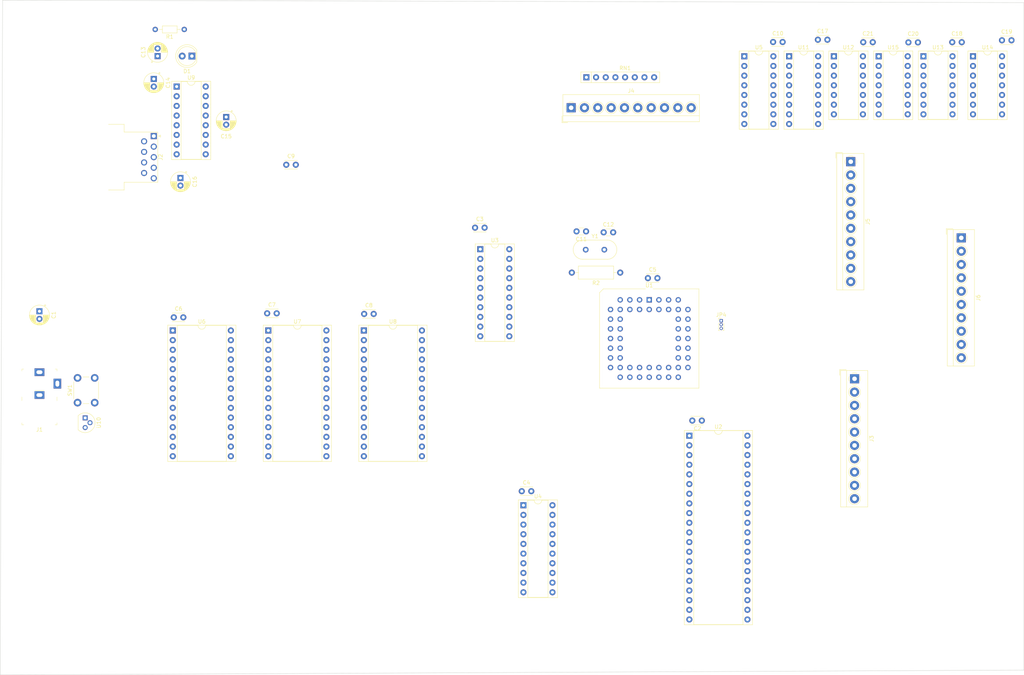
<source format=kicad_pcb>
(kicad_pcb (version 20211014) (generator pcbnew)
  (layers (0 "F.Cu" signal) (31 "B.Cu" signal) (34 "B.Paste" user) (35 "F.Paste" user) (36 "B.SilkS" user "B.Silkscreen") (37 "F.SilkS" user "F.Silkscreen") (38 "B.Mask" user) (39 "F.Mask" user) (44 "Edge.Cuts" user))
  (net 0 "")
  (net 1 "GND")
  (net 4 "/T2OUT")
  (net 5 "/AD0")
  (net 6 "/AD1")
  (net 7 "/AD2")
  (net 8 "/AD3")
  (net 9 "/AD4")
  (net 10 "/AD5")
  (net 11 "/AD6")
  (net 12 "/AD7")
  (net 13 "/XTAL")
  (net 14 "/VS+")
  (net 15 "VCC")
  (net 16 "/C1+")
  (net 17 "/C1-")
  (net 18 "/C2+")
  (net 19 "/C2-")
  (net 20 "/PA7")
  (net 21 "/PA6")
  (net 22 "/PA5")
  (net 23 "/PA4")
  (net 24 "/PA3")
  (net 25 "/PA2")
  (net 26 "/PA1")
  (net 27 "/PA0")
  (net 28 "/A15")
  (net 29 "/A14")
  (net 30 "/A13")
  (net 31 "/A12")
  (net 32 "/A11")
  (net 33 "/A10")
  (net 34 "/A9")
  (net 35 "/A8")
  (net 36 "/PE0")
  (net 37 "/PE4")
  (net 38 "/PE1")
  (net 39 "/PE5")
  (net 40 "/PE2")
  (net 41 "/PE6")
  (net 42 "/PE3")
  (net 43 "/PE7")
  (net 44 "/VRL")
  (net 45 "/MODB")
  (net 46 "/D0")
  (net 47 "/D1")
  (net 48 "/D2")
  (net 49 "/D3")
  (net 50 "/D4")
  (net 51 "/D5")
  (net 52 "/D6")
  (net 53 "/D7")
  (net 54 "/A0")
  (net 55 "/A1")
  (net 56 "/A2")
  (net 57 "/A3")
  (net 58 "/A4")
  (net 59 "/A5")
  (net 60 "/A6")
  (net 61 "/A7")
  (net 63 "/VS-")
  (net 64 "Net-(D1-Pad2)")
  (net 66 "/*XIRQ")
  (net 67 "/*IRQ")
  (net 68 "/MODA")
  (net 69 "/VRH")
  (net 70 "/CTS")
  (net 71 "/TxD")
  (net 72 "/MIS")
  (net 73 "/MOS")
  (net 74 "/SCK")
  (net 75 "/SS")
  (net 76 "/PPA0")
  (net 77 "/PPA2")
  (net 78 "/PPA3")
  (net 79 "/PPA4")
  (net 80 "/PPA5")
  (net 81 "/PPA6")
  (net 82 "/PPA7")
  (net 83 "/PPB0")
  (net 84 "/PPB1")
  (net 85 "/PPB2")
  (net 86 "/PPB3")
  (net 87 "/PPB4")
  (net 88 "/PPB5")
  (net 89 "/PPB6")
  (net 90 "/PPB7")
  (net 91 "/CB1")
  (net 92 "/CB2")
  (net 95 "/CA2")
  (net 96 "/CA1")
  (net 102 "/RxD")
  (net 103 "/EXTAL")
  (net 104 "/E")
  (net 105 "/R2IN")
  (net 106 "/R{slash}*W")
  (net 107 "/*RESET")
  (net 108 "/*PIA1")
  (net 109 "/*BOOT")
  (net 110 "/*SPARE")
  (net 111 "/*RAM")
  (net 115 "/PPA1")
  (net 117 "/AS")
  (net 118 "Net-(U5-Pad7)")
  (net 119 "Net-(U5-Pad9)")
  (net 120 "Net-(U11-Pad4)")
  (net 121 "Net-(U5-Pad11)")
  (net 122 "Net-(U12-Pad5)")
  (net 123 "Net-(U12-Pad4)")
  (net 124 "Net-(U12-Pad2)")
  (net 125 "Net-(U12-Pad1)")
  (net 130 "Net-(U11-Pad12)")
  (net 131 "Net-(U11-Pad13)")
  (net 132 "/*PIA2")
  (net 133 "Net-(U13-Pad1)")
  (net 134 "/*EXTRA")
  (net 135 "/*RDIO")
  (net 136 "/*WRIO")
  (footprint "LED_THT:LED_D5.0mm" (layer "F.Cu") (at 63 35 180)
    (fp_text reference "D1" (at 1.27 -3.96) (layer "F.SilkS"))
    (fp_text value "LED")
    (pad "1" thru_hole rect (at 0 0 180) (size 1.8 1.8) (drill 0.9) (layers *.Cu *.Mask) (net 1 "GND"))
    (pad "2" thru_hole circle (at 2.54 0 180) (size 1.8 1.8) (drill 0.9) (layers *.Cu *.Mask) (net 64 "Net-(D1-Pad2)"))
  )
  (footprint "Capacitor_THT:C_Disc_D3.0mm_W2.0mm_P2.50mm" (layer "F.Cu") (at 251 31.4)
    (fp_text reference "C20" (at 1.25 -2.25) (layer "F.SilkS"))
    (fp_text value "0.1uF")
    (pad "1" thru_hole circle (at 0 0) (size 1.6 1.6) (drill 0.8) (layers *.Cu *.Mask) (net 15 "VCC"))
    (pad "2" thru_hole circle (at 2.5 0) (size 1.6 1.6) (drill 0.8) (layers *.Cu *.Mask))
  )
  (footprint "Capacitor_THT:C_Disc_D3.0mm_W2.0mm_P2.50mm" (layer "F.Cu") (at 82.75 102.55)
    (fp_text reference "C7" (at 1.25 -2.25) (layer "F.SilkS"))
    (fp_text value "0.1uF")
    (pad "1" thru_hole circle (at 0 0) (size 1.6 1.6) (drill 0.8) (layers *.Cu *.Mask) (net 15 "VCC"))
    (pad "2" thru_hole circle (at 2.5 0) (size 1.6 1.6) (drill 0.8) (layers *.Cu *.Mask) (net 1 "GND"))
  )
  (footprint "Capacitor_THT:C_Disc_D3.0mm_W2.0mm_P2.50mm" (layer "F.Cu") (at 87.7608 63.5278)
    (fp_text reference "C9" (at 1.25 -2.25) (layer "F.SilkS"))
    (fp_text value "0.1uF")
    (pad "1" thru_hole circle (at 0 0) (size 1.6 1.6) (drill 0.8) (layers *.Cu *.Mask) (net 15 "VCC"))
    (pad "2" thru_hole circle (at 2.5 0) (size 1.6 1.6) (drill 0.8) (layers *.Cu *.Mask) (net 1 "GND"))
  )
  (footprint "Resistor_THT:R_Axial_DIN0309_L9.0mm_D3.2mm_P12.70mm_Horizontal" (layer "F.Cu") (at 175.387 91.8464 180)
    (fp_text reference "R2" (at 6.35 -2.72) (layer "F.SilkS"))
    (fp_text value "10M")
    (pad "1" thru_hole circle (at 0 0 180) (size 1.6 1.6) (drill 0.8) (layers *.Cu *.Mask) (net 103 "/EXTAL"))
    (pad "2" thru_hole oval (at 12.7 0 180) (size 1.6 1.6) (drill 0.8) (layers *.Cu *.Mask) (net 13 "/XTAL"))
  )
  (footprint "Capacitor_THT:C_Disc_D3.0mm_W1.6mm_P2.50mm" (layer "F.Cu") (at 171.0382 81.28)
    (fp_text reference "C12" (at 1.25 -2.05) (layer "F.SilkS"))
    (fp_text value "22pF")
    (pad "1" thru_hole circle (at 0 0) (size 1.6 1.6) (drill 0.8) (layers *.Cu *.Mask) (net 103 "/EXTAL"))
    (pad "2" thru_hole circle (at 2.5 0) (size 1.6 1.6) (drill 0.8) (layers *.Cu *.Mask) (net 1 "GND"))
  )
  (footprint "Package_DIP:DIP-20_W7.62mm_Socket" (layer "F.Cu") (at 138.6686 85.7046)
    (fp_text reference "U3" (at 3.81 -2.33) (layer "F.SilkS"))
    (fp_text value "74HC373")
    (pad "1" thru_hole rect (at 0 0) (size 1.6 1.6) (drill 0.8) (layers *.Cu *.Mask) (net 1 "GND"))
    (pad "2" thru_hole oval (at 0 2.54) (size 1.6 1.6) (drill 0.8) (layers *.Cu *.Mask) (net 54 "/A0"))
    (pad "3" thru_hole oval (at 0 5.08) (size 1.6 1.6) (drill 0.8) (layers *.Cu *.Mask) (net 5 "/AD0"))
    (pad "4" thru_hole oval (at 0 7.62) (size 1.6 1.6) (drill 0.8) (layers *.Cu *.Mask) (net 6 "/AD1"))
    (pad "5" thru_hole oval (at 0 10.16) (size 1.6 1.6) (drill 0.8) (layers *.Cu *.Mask) (net 55 "/A1"))
    (pad "6" thru_hole oval (at 0 12.7) (size 1.6 1.6) (drill 0.8) (layers *.Cu *.Mask) (net 56 "/A2"))
    (pad "7" thru_hole oval (at 0 15.24) (size 1.6 1.6) (drill 0.8) (layers *.Cu *.Mask) (net 7 "/AD2"))
    (pad "8" thru_hole oval (at 0 17.78) (size 1.6 1.6) (drill 0.8) (layers *.Cu *.Mask) (net 8 "/AD3"))
    (pad "9" thru_hole oval (at 0 20.32) (size 1.6 1.6) (drill 0.8) (layers *.Cu *.Mask) (net 57 "/A3"))
    (pad "10" thru_hole oval (at 0 22.86) (size 1.6 1.6) (drill 0.8) (layers *.Cu *.Mask) (net 1 "GND"))
    (pad "11" thru_hole oval (at 7.62 22.86) (size 1.6 1.6) (drill 0.8) (layers *.Cu *.Mask) (net 117 "/AS"))
    (pad "12" thru_hole oval (at 7.62 20.32) (size 1.6 1.6) (drill 0.8) (layers *.Cu *.Mask) (net 58 "/A4"))
    (pad "13" thru_hole oval (at 7.62 17.78) (size 1.6 1.6) (drill 0.8) (layers *.Cu *.Mask) (net 9 "/AD4"))
    (pad "14" thru_hole oval (at 7.62 15.24) (size 1.6 1.6) (drill 0.8) (layers *.Cu *.Mask) (net 10 "/AD5"))
    (pad "15" thru_hole oval (at 7.62 12.7) (size 1.6 1.6) (drill 0.8) (layers *.Cu *.Mask) (net 59 "/A5"))
    (pad "16" thru_hole oval (at 7.62 10.16) (size 1.6 1.6) (drill 0.8) (layers *.Cu *.Mask) (net 60 "/A6"))
    (pad "17" thru_hole oval (at 7.62 7.62) (size 1.6 1.6) (drill 0.8) (layers *.Cu *.Mask) (net 11 "/AD6"))
    (pad "18" thru_hole oval (at 7.62 5.08) (size 1.6 1.6) (drill 0.8) (layers *.Cu *.Mask) (net 12 "/AD7"))
    (pad "19" thru_hole oval (at 7.62 2.54) (size 1.6 1.6) (drill 0.8) (layers *.Cu *.Mask) (net 61 "/A7"))
    (pad "20" thru_hole oval (at 7.62 0) (size 1.6 1.6) (drill 0.8) (layers *.Cu *.Mask) (net 15 "VCC"))
  )
  (footprint "Package_DIP:DIP-28_W15.24mm_Socket" (layer "F.Cu") (at 83.053 107.046)
    (fp_text reference "U7" (at 7.62 -2.33) (layer "F.SilkS"))
    (fp_text value "27C64")
    (pad "1" thru_hole rect (at 0 0) (size 1.6 1.6) (drill 0.8) (layers *.Cu *.Mask) (net 15 "VCC"))
    (pad "2" thru_hole oval (at 0 2.54) (size 1.6 1.6) (drill 0.8) (layers *.Cu *.Mask) (net 31 "/A12"))
    (pad "3" thru_hole oval (at 0 5.08) (size 1.6 1.6) (drill 0.8) (layers *.Cu *.Mask) (net 61 "/A7"))
    (pad "4" thru_hole oval (at 0 7.62) (size 1.6 1.6) (drill 0.8) (layers *.Cu *.Mask) (net 60 "/A6"))
    (pad "5" thru_hole oval (at 0 10.16) (size 1.6 1.6) (drill 0.8) (layers *.Cu *.Mask) (net 59 "/A5"))
    (pad "6" thru_hole oval (at 0 12.7) (size 1.6 1.6) (drill 0.8) (layers *.Cu *.Mask) (net 58 "/A4"))
    (pad "7" thru_hole oval (at 0 15.24) (size 1.6 1.6) (drill 0.8) (layers *.Cu *.Mask) (net 57 "/A3"))
    (pad "8" thru_hole oval (at 0 17.78) (size 1.6 1.6) (drill 0.8) (layers *.Cu *.Mask) (net 56 "/A2"))
    (pad "9" thru_hole oval (at 0 20.32) (size 1.6 1.6) (drill 0.8) (layers *.Cu *.Mask) (net 55 "/A1"))
    (pad "10" thru_hole oval (at 0 22.86) (size 1.6 1.6) (drill 0.8) (layers *.Cu *.Mask) (net 54 "/A0"))
    (pad "11" thru_hole oval (at 0 25.4) (size 1.6 1.6) (drill 0.8) (layers *.Cu *.Mask) (net 46 "/D0"))
    (pad "12" thru_hole oval (at 0 27.94) (size 1.6 1.6) (drill 0.8) (layers *.Cu *.Mask) (net 47 "/D1"))
    (pad "13" thru_hole oval (at 0 30.48) (size 1.6 1.6) (drill 0.8) (layers *.Cu *.Mask) (net 48 "/D2"))
    (pad "14" thru_hole oval (at 0 33.02) (size 1.6 1.6) (drill 0.8) (layers *.Cu *.Mask) (net 1 "GND"))
    (pad "15" thru_hole oval (at 15.24 33.02) (size 1.6 1.6) (drill 0.8) (layers *.Cu *.Mask) (net 49 "/D3"))
    (pad "16" thru_hole oval (at 15.24 30.48) (size 1.6 1.6) (drill 0.8) (layers *.Cu *.Mask) (net 50 "/D4"))
    (pad "17" thru_hole oval (at 15.24 27.94) (size 1.6 1.6) (drill 0.8) (layers *.Cu *.Mask) (net 51 "/D5"))
    (pad "18" thru_hole oval (at 15.24 25.4) (size 1.6 1.6) (drill 0.8) (layers *.Cu *.Mask) (net 52 "/D6"))
    (pad "19" thru_hole oval (at 15.24 22.86) (size 1.6 1.6) (drill 0.8) (layers *.Cu *.Mask) (net 53 "/D7"))
    (pad "20" thru_hole oval (at 15.24 20.32) (size 1.6 1.6) (drill 0.8) (layers *.Cu *.Mask) (net 1 "GND"))
    (pad "21" thru_hole oval (at 15.24 17.78) (size 1.6 1.6) (drill 0.8) (layers *.Cu *.Mask) (net 33 "/A10"))
    (pad "22" thru_hole oval (at 15.24 15.24) (size 1.6 1.6) (drill 0.8) (layers *.Cu *.Mask) (net 110 "/*SPARE"))
    (pad "23" thru_hole oval (at 15.24 12.7) (size 1.6 1.6) (drill 0.8) (layers *.Cu *.Mask) (net 32 "/A11"))
    (pad "24" thru_hole oval (at 15.24 10.16) (size 1.6 1.6) (drill 0.8) (layers *.Cu *.Mask) (net 34 "/A9"))
    (pad "25" thru_hole oval (at 15.24 7.62) (size 1.6 1.6) (drill 0.8) (layers *.Cu *.Mask) (net 35 "/A8"))
    (pad "26" thru_hole oval (at 15.24 5.08) (size 1.6 1.6) (drill 0.8) (layers *.Cu *.Mask))
    (pad "27" thru_hole oval (at 15.24 2.54) (size 1.6 1.6) (drill 0.8) (layers *.Cu *.Mask) (net 15 "VCC"))
    (pad "28" thru_hole oval (at 15.24 0) (size 1.6 1.6) (drill 0.8) (layers *.Cu *.Mask) (net 15 "VCC"))
  )
  (footprint "Resistor_THT:R_Axial_DIN0204_L3.6mm_D1.6mm_P7.62mm_Horizontal" (layer "F.Cu") (at 61 28 180)
    (fp_text reference "R1" (at 3.81 -1.92) (layer "F.SilkS"))
    (fp_text value "330")
    (pad "1" thru_hole circle (at 0 0 180) (size 1.4 1.4) (drill 0.7) (layers *.Cu *.Mask) (net 64 "Net-(D1-Pad2)"))
    (pad "2" thru_hole oval (at 7.62 0 180) (size 1.4 1.4) (drill 0.7) (layers *.Cu *.Mask) (net 15 "VCC"))
  )
  (footprint "Package_DIP:DIP-16_W7.62mm_Socket" (layer "F.Cu") (at 59 43)
    (fp_text reference "U9" (at 3.81 -2.33) (layer "F.SilkS"))
    (fp_text value "MAX232")
    (pad "1" thru_hole rect (at 0 0) (size 1.6 1.6) (drill 0.8) (layers *.Cu *.Mask) (net 16 "/C1+"))
    (pad "2" thru_hole oval (at 0 2.54) (size 1.6 1.6) (drill 0.8) (layers *.Cu *.Mask) (net 14 "/VS+"))
    (pad "3" thru_hole oval (at 0 5.08) (size 1.6 1.6) (drill 0.8) (layers *.Cu *.Mask) (net 17 "/C1-"))
    (pad "4" thru_hole oval (at 0 7.62) (size 1.6 1.6) (drill 0.8) (layers *.Cu *.Mask) (net 18 "/C2+"))
    (pad "5" thru_hole oval (at 0 10.16) (size 1.6 1.6) (drill 0.8) (layers *.Cu *.Mask) (net 19 "/C2-"))
    (pad "6" thru_hole oval (at 0 12.7) (size 1.6 1.6) (drill 0.8) (layers *.Cu *.Mask) (net 63 "/VS-"))
    (pad "7" thru_hole oval (at 0 15.24) (size 1.6 1.6) (drill 0.8) (layers *.Cu *.Mask) (net 4 "/T2OUT"))
    (pad "8" thru_hole oval (at 0 17.78) (size 1.6 1.6) (drill 0.8) (layers *.Cu *.Mask) (net 105 "/R2IN"))
    (pad "9" thru_hole oval (at 7.62 17.78) (size 1.6 1.6) (drill 0.8) (layers *.Cu *.Mask) (net 102 "/RxD"))
    (pad "10" thru_hole oval (at 7.62 15.24) (size 1.6 1.6) (drill 0.8) (layers *.Cu *.Mask) (net 71 "/TxD"))
    (pad "11" thru_hole oval (at 7.62 12.7) (size 1.6 1.6) (drill 0.8) (layers *.Cu *.Mask) (net 1 "GND"))
    (pad "12" thru_hole oval (at 7.62 10.16) (size 1.6 1.6) (drill 0.8) (layers *.Cu *.Mask))
    (pad "13" thru_hole oval (at 7.62 7.62) (size 1.6 1.6) (drill 0.8) (layers *.Cu *.Mask))
    (pad "14" thru_hole oval (at 7.62 5.08) (size 1.6 1.6) (drill 0.8) (layers *.Cu *.Mask))
    (pad "15" thru_hole oval (at 7.62 2.54) (size 1.6 1.6) (drill 0.8) (layers *.Cu *.Mask) (net 1 "GND"))
    (pad "16" thru_hole oval (at 7.62 0) (size 1.6 1.6) (drill 0.8) (layers *.Cu *.Mask) (net 15 "VCC"))
  )
  (footprint "Capacitor_THT:CP_Radial_D5.0mm_P2.00mm" (layer "F.Cu") (at 53 41 -90)
    (fp_text reference "C14" (at 1 -3.75 90) (layer "F.SilkS"))
    (fp_text value "10 uF")
    (pad "1" thru_hole rect (at 0 0 270) (size 1.6 1.6) (drill 0.8) (layers *.Cu *.Mask) (net 16 "/C1+"))
    (pad "2" thru_hole circle (at 2 0 270) (size 1.6 1.6) (drill 0.8) (layers *.Cu *.Mask) (net 17 "/C1-"))
  )
  (footprint "Capacitor_THT:C_Disc_D3.0mm_W2.0mm_P2.50mm" (layer "F.Cu") (at 275.55 30.85)
    (fp_text reference "C19" (at 1.25 -2.25) (layer "F.SilkS"))
    (fp_text value "0.1uF")
    (pad "1" thru_hole circle (at 0 0) (size 1.6 1.6) (drill 0.8) (layers *.Cu *.Mask) (net 15 "VCC"))
    (pad "2" thru_hole circle (at 2.5 0) (size 1.6 1.6) (drill 0.8) (layers *.Cu *.Mask))
  )
  (footprint "Package_DIP:DIP-16_W7.62mm_Socket" (layer "F.Cu") (at 207.95 35.05)
    (fp_text reference "U5" (at 3.81 -2.33) (layer "F.SilkS"))
    (fp_text value "74LS138")
    (pad "1" thru_hole rect (at 0 0) (size 1.6 1.6) (drill 0.8) (layers *.Cu *.Mask) (net 30 "/A13"))
    (pad "2" thru_hole oval (at 0 2.54) (size 1.6 1.6) (drill 0.8) (layers *.Cu *.Mask) (net 29 "/A14"))
    (pad "3" thru_hole oval (at 0 5.08) (size 1.6 1.6) (drill 0.8) (layers *.Cu *.Mask) (net 28 "/A15"))
    (pad "4" thru_hole oval (at 0 7.62) (size 1.6 1.6) (drill 0.8) (layers *.Cu *.Mask) (net 1 "GND"))
    (pad "5" thru_hole oval (at 0 10.16) (size 1.6 1.6) (drill 0.8) (layers *.Cu *.Mask) (net 1 "GND"))
    (pad "6" thru_hole oval (at 0 12.7) (size 1.6 1.6) (drill 0.8) (layers *.Cu *.Mask) (net 104 "/E"))
    (pad "7" thru_hole oval (at 0 15.24) (size 1.6 1.6) (drill 0.8) (layers *.Cu *.Mask) (net 118 "Net-(U5-Pad7)"))
    (pad "8" thru_hole oval (at 0 17.78) (size 1.6 1.6) (drill 0.8) (layers *.Cu *.Mask) (net 1 "GND"))
    (pad "9" thru_hole oval (at 7.62 17.78) (size 1.6 1.6) (drill 0.8) (layers *.Cu *.Mask) (net 119 "Net-(U5-Pad9)"))
    (pad "10" thru_hole oval (at 7.62 15.24) (size 1.6 1.6) (drill 0.8) (layers *.Cu *.Mask) (net 120 "Net-(U11-Pad4)"))
    (pad "11" thru_hole oval (at 7.62 12.7) (size 1.6 1.6) (drill 0.8) (layers *.Cu *.Mask) (net 121 "Net-(U5-Pad11)"))
    (pad "12" thru_hole oval (at 7.62 10.16) (size 1.6 1.6) (drill 0.8) (layers *.Cu *.Mask) (net 122 "Net-(U12-Pad5)"))
    (pad "13" thru_hole oval (at 7.62 7.62) (size 1.6 1.6) (drill 0.8) (layers *.Cu *.Mask) (net 123 "Net-(U12-Pad4)"))
    (pad "14" thru_hole oval (at 7.62 5.08) (size 1.6 1.6) (drill 0.8) (layers *.Cu *.Mask) (net 124 "Net-(U12-Pad2)"))
    (pad "15" thru_hole oval (at 7.62 2.54) (size 1.6 1.6) (drill 0.8) (layers *.Cu *.Mask) (net 125 "Net-(U12-Pad1)"))
    (pad "16" thru_hole oval (at 7.62 0) (size 1.6 1.6) (drill 0.8) (layers *.Cu *.Mask) (net 15 "VCC"))
  )
  (footprint "Connector_Dsub:DSUB-9_Male_Horizontal_P2.77x2.54mm_EdgePinOffset9.40mm" (layer "F.Cu") (at 53 56 -90)
    (fp_text reference "J2" (at 5.54 -1.8 90) (layer "F.SilkS"))
    (fp_text value "DB9_Female")
    (pad "1" thru_hole rect (at 0 0 270) (size 1.6 1.6) (drill 1) (layers *.Cu *.Mask) (net 70 "/CTS"))
    (pad "2" thru_hole circle (at 2.77 0 270) (size 1.6 1.6) (drill 1) (layers *.Cu *.Mask) (net 4 "/T2OUT"))
    (pad "3" thru_hole circle (at 5.54 0 270) (size 1.6 1.6) (drill 1) (layers *.Cu *.Mask) (net 105 "/R2IN"))
    (pad "4" thru_hole circle (at 8.31 0 270) (size 1.6 1.6) (drill 1) (layers *.Cu *.Mask) (net 70 "/CTS"))
    (pad "5" thru_hole circle (at 11.08 0 270) (size 1.6 1.6) (drill 1) (layers *.Cu *.Mask) (net 1 "GND"))
    (pad "6" thru_hole circle (at 1.385 2.54 270) (size 1.6 1.6) (drill 1) (layers *.Cu *.Mask) (net 70 "/CTS"))
    (pad "7" thru_hole circle (at 4.155 2.54 270) (size 1.6 1.6) (drill 1) (layers *.Cu *.Mask))
    (pad "8" thru_hole circle (at 6.925 2.54 270) (size 1.6 1.6) (drill 1) (layers *.Cu *.Mask) (net 70 "/CTS"))
    (pad "9" thru_hole circle (at 9.695 2.54 270) (size 1.6 1.6) (drill 1) (layers *.Cu *.Mask))
  )
  (footprint "Capacitor_THT:CP_Radial_D5.0mm_P2.00mm" (layer "F.Cu") (at 23 102 -90)
    (fp_text reference "C1" (at 1 -3.75 -90) (layer "F.SilkS"))
    (fp_text value "100uF")
    (pad "1" thru_hole rect (at 0 0 270) (size 1.6 1.6) (drill 0.8) (layers *.Cu *.Mask) (net 15 "VCC"))
    (pad "2" thru_hole circle (at 2 0 270) (size 1.6 1.6) (drill 0.8) (layers *.Cu *.Mask) (net 1 "GND"))
  )
  (footprint "TerminalBlock_4Ucon:TerminalBlock_4Ucon_1x10_P3.50mm_Horizontal" (layer "F.Cu") (at 236.8696 119.7258 -90)
    (fp_text reference "J3" (at 15.75 -4.46 90) (layer "F.SilkS"))
    (fp_text value "Screw_Terminal_01x10")
    (pad "1" thru_hole rect (at 0 0 270) (size 2.4 2.4) (drill 1.2) (layers *.Cu *.Mask) (net 1 "GND"))
    (pad "2" thru_hole circle (at 3.5 0 270) (size 2.4 2.4) (drill 1.2) (layers *.Cu *.Mask))
    (pad "3" thru_hole circle (at 7 0 270) (size 2.4 2.4) (drill 1.2) (layers *.Cu *.Mask) (net 27 "/PA0"))
    (pad "4" thru_hole circle (at 10.5 0 270) (size 2.4 2.4) (drill 1.2) (layers *.Cu *.Mask) (net 26 "/PA1"))
    (pad "5" thru_hole circle (at 14 0 270) (size 2.4 2.4) (drill 1.2) (layers *.Cu *.Mask) (net 25 "/PA2"))
    (pad "6" thru_hole circle (at 17.5 0 270) (size 2.4 2.4) (drill 1.2) (layers *.Cu *.Mask) (net 24 "/PA3"))
    (pad "7" thru_hole circle (at 21 0 270) (size 2.4 2.4) (drill 1.2) (layers *.Cu *.Mask) (net 23 "/PA4"))
    (pad "8" thru_hole circle (at 24.5 0 270) (size 2.4 2.4) (drill 1.2) (layers *.Cu *.Mask) (net 22 "/PA5"))
    (pad "9" thru_hole circle (at 28 0 270) (size 2.4 2.4) (drill 1.2) (layers *.Cu *.Mask) (net 21 "/PA6"))
    (pad "10" thru_hole circle (at 31.5 0 270) (size 2.4 2.4) (drill 1.2) (layers *.Cu *.Mask))
  )
  (footprint "Package_DIP:DIP-40_W15.24mm_Socket" (layer "F.Cu") (at 193.525 134.675)
    (fp_text reference "U2" (at 7.62 -2.33) (layer "F.SilkS"))
    (fp_text value "MC68B21")
    (pad "1" thru_hole rect (at 0 0) (size 1.6 1.6) (drill 0.8) (layers *.Cu *.Mask) (net 1 "GND"))
    (pad "2" thru_hole oval (at 0 2.54) (size 1.6 1.6) (drill 0.8) (layers *.Cu *.Mask) (net 76 "/PPA0"))
    (pad "3" thru_hole oval (at 0 5.08) (size 1.6 1.6) (drill 0.8) (layers *.Cu *.Mask) (net 115 "/PPA1"))
    (pad "4" thru_hole oval (at 0 7.62) (size 1.6 1.6) (drill 0.8) (layers *.Cu *.Mask) (net 77 "/PPA2"))
    (pad "5" thru_hole oval (at 0 10.16) (size 1.6 1.6) (drill 0.8) (layers *.Cu *.Mask) (net 78 "/PPA3"))
    (pad "6" thru_hole oval (at 0 12.7) (size 1.6 1.6) (drill 0.8) (layers *.Cu *.Mask) (net 79 "/PPA4"))
    (pad "7" thru_hole oval (at 0 15.24) (size 1.6 1.6) (drill 0.8) (layers *.Cu *.Mask) (net 80 "/PPA5"))
    (pad "8" thru_hole oval (at 0 17.78) (size 1.6 1.6) (drill 0.8) (layers *.Cu *.Mask) (net 81 "/PPA6"))
    (pad "9" thru_hole oval (at 0 20.32) (size 1.6 1.6) (drill 0.8) (layers *.Cu *.Mask) (net 82 "/PPA7"))
    (pad "10" thru_hole oval (at 0 22.86) (size 1.6 1.6) (drill 0.8) (layers *.Cu *.Mask) (net 83 "/PPB0"))
    (pad "11" thru_hole oval (at 0 25.4) (size 1.6 1.6) (drill 0.8) (layers *.Cu *.Mask) (net 84 "/PPB1"))
    (pad "12" thru_hole oval (at 0 27.94) (size 1.6 1.6) (drill 0.8) (layers *.Cu *.Mask) (net 85 "/PPB2"))
    (pad "13" thru_hole oval (at 0 30.48) (size 1.6 1.6) (drill 0.8) (layers *.Cu *.Mask) (net 86 "/PPB3"))
    (pad "14" thru_hole oval (at 0 33.02) (size 1.6 1.6) (drill 0.8) (layers *.Cu *.Mask) (net 87 "/PPB4"))
    (pad "15" thru_hole oval (at 0 35.56) (size 1.6 1.6) (drill 0.8) (layers *.Cu *.Mask) (net 88 "/PPB5"))
    (pad "16" thru_hole oval (at 0 38.1) (size 1.6 1.6) (drill 0.8) (layers *.Cu *.Mask) (net 89 "/PPB6"))
    (pad "17" thru_hole oval (at 0 40.64) (size 1.6 1.6) (drill 0.8) (layers *.Cu *.Mask) (net 90 "/PPB7"))
    (pad "18" thru_hole oval (at 0 43.18) (size 1.6 1.6) (drill 0.8) (layers *.Cu *.Mask) (net 91 "/CB1"))
    (pad "19" thru_hole oval (at 0 45.72) (size 1.6 1.6) (drill 0.8) (layers *.Cu *.Mask) (net 92 "/CB2"))
    (pad "20" thru_hole oval (at 0 48.26) (size 1.6 1.6) (drill 0.8) (layers *.Cu *.Mask) (net 15 "VCC"))
    (pad "21" thru_hole oval (at 15.24 48.26) (size 1.6 1.6) (drill 0.8) (layers *.Cu *.Mask) (net 106 "/R{slash}*W"))
    (pad "22" thru_hole oval (at 15.24 45.72) (size 1.6 1.6) (drill 0.8) (layers *.Cu *.Mask) (net 15 "VCC"))
    (pad "23" thru_hole oval (at 15.24 43.18) (size 1.6 1.6) (drill 0.8) (layers *.Cu *.Mask) (net 108 "/*PIA1"))
    (pad "24" thru_hole oval (at 15.24 40.64) (size 1.6 1.6) (drill 0.8) (layers *.Cu *.Mask) (net 15 "VCC"))
    (pad "25" thru_hole oval (at 15.24 38.1) (size 1.6 1.6) (drill 0.8) (layers *.Cu *.Mask) (net 104 "/E"))
    (pad "26" thru_hole oval (at 15.24 35.56) (size 1.6 1.6) (drill 0.8) (layers *.Cu *.Mask) (net 53 "/D7"))
    (pad "27" thru_hole oval (at 15.24 33.02) (size 1.6 1.6) (drill 0.8) (layers *.Cu *.Mask) (net 52 "/D6"))
    (pad "28" thru_hole oval (at 15.24 30.48) (size 1.6 1.6) (drill 0.8) (layers *.Cu *.Mask) (net 51 "/D5"))
    (pad "29" thru_hole oval (at 15.24 27.94) (size 1.6 1.6) (drill 0.8) (layers *.Cu *.Mask) (net 50 "/D4"))
    (pad "30" thru_hole oval (at 15.24 25.4) (size 1.6 1.6) (drill 0.8) (layers *.Cu *.Mask) (net 49 "/D3"))
    (pad "31" thru_hole oval (at 15.24 22.86) (size 1.6 1.6) (drill 0.8) (layers *.Cu *.Mask) (net 48 "/D2"))
    (pad "32" thru_hole oval (at 15.24 20.32) (size 1.6 1.6) (drill 0.8) (layers *.Cu *.Mask) (net 47 "/D1"))
    (pad "33" thru_hole oval (at 15.24 17.78) (size 1.6 1.6) (drill 0.8) (layers *.Cu *.Mask) (net 46 "/D0"))
    (pad "34" thru_hole oval (at 15.24 15.24) (size 1.6 1.6) (drill 0.8) (layers *.Cu *.Mask) (net 107 "/*RESET"))
    (pad "35" thru_hole oval (at 15.24 12.7) (size 1.6 1.6) (drill 0.8) (layers *.Cu *.Mask) (net 55 "/A1"))
    (pad "36" thru_hole oval (at 15.24 10.16) (size 1.6 1.6) (drill 0.8) (layers *.Cu *.Mask) (net 54 "/A0"))
    (pad "37" thru_hole oval (at 15.24 7.62) (size 1.6 1.6) (drill 0.8) (layers *.Cu *.Mask))
    (pad "38" thru_hole oval (at 15.24 5.08) (size 1.6 1.6) (drill 0.8) (layers *.Cu *.Mask))
    (pad "39" thru_hole oval (at 15.24 2.54) (size 1.6 1.6) (drill 0.8) (layers *.Cu *.Mask) (net 95 "/CA2"))
    (pad "40" thru_hole oval (at 15.24 0) (size 1.6 1.6) (drill 0.8) (layers *.Cu *.Mask) (net 96 "/CA1"))
  )
  (footprint "Connector_PinHeader_1.00mm:PinHeader_1x03_P1.00mm_Vertical" (layer "F.Cu") (at 201.8886 104.5)
    (fp_text reference "JP4" (at 0 -1.56) (layer "F.SilkS"))
    (fp_text value "BootSel")
    (pad "1" thru_hole rect (at 0 0) (size 0.85 0.85) (drill 0.5) (layers *.Cu *.Mask) (net 1 "GND"))
    (pad "2" thru_hole oval (at 0 1) (size 0.85 0.85) (drill 0.5) (layers *.Cu *.Mask) (net 36 "/PE0"))
    (pad "3" thru_hole oval (at 0 2) (size 0.85 0.85) (drill 0.5) (layers *.Cu *.Mask) (net 15 "VCC"))
  )
  (footprint "Package_DIP:DIP-14_W7.62mm_Socket" (layer "F.Cu") (at 267.95 35.05)
    (fp_text reference "U14" (at 3.81 -2.33) (layer "F.SilkS"))
    (fp_text value "74LS32")
    (pad "1" thru_hole rect (at 0 0) (size 1.6 1.6) (drill 0.8) (layers *.Cu *.Mask) (net 130 "Net-(U11-Pad12)"))
    (pad "2" thru_hole oval (at 0 2.54) (size 1.6 1.6) (drill 0.8) (layers *.Cu *.Mask) (net 106 "/R{slash}*W"))
    (pad "3" thru_hole oval (at 0 5.08) (size 1.6 1.6) (drill 0.8) (layers *.Cu *.Mask) (net 136 "/*WRIO"))
    (pad "4" thru_hole oval (at 0 7.62) (size 1.6 1.6) (drill 0.8) (layers *.Cu *.Mask))
    (pad "5" thru_hole oval (at 0 10.16) (size 1.6 1.6) (drill 0.8) (layers *.Cu *.Mask))
    (pad "6" thru_hole oval (at 0 12.7) (size 1.6 1.6) (drill 0.8) (layers *.Cu *.Mask))
    (pad "7" thru_hole oval (at 0 15.24) (size 1.6 1.6) (drill 0.8) (layers *.Cu *.Mask) (net 1 "GND"))
    (pad "8" thru_hole oval (at 7.62 15.24) (size 1.6 1.6) (drill 0.8) (layers *.Cu *.Mask))
    (pad "9" thru_hole oval (at 7.62 12.7) (size 1.6 1.6) (drill 0.8) (layers *.Cu *.Mask))
    (pad "10" thru_hole oval (at 7.62 10.16) (size 1.6 1.6) (drill 0.8) (layers *.Cu *.Mask))
    (pad "11" thru_hole oval (at 7.62 7.62) (size 1.6 1.6) (drill 0.8) (layers *.Cu *.Mask))
    (pad "12" thru_hole oval (at 7.62 5.08) (size 1.6 1.6) (drill 0.8) (layers *.Cu *.Mask))
    (pad "13" thru_hole oval (at 7.62 2.54) (size 1.6 1.6) (drill 0.8) (layers *.Cu *.Mask))
    (pad "14" thru_hole oval (at 7.62 0) (size 1.6 1.6) (drill 0.8) (layers *.Cu *.Mask) (net 15 "VCC"))
  )
  (footprint "Package_DIP:DIP-14_W7.62mm_Socket" (layer "F.Cu") (at 243.2 35.05)
    (fp_text reference "U15" (at 3.81 -2.33) (layer "F.SilkS"))
    (fp_text value "74LS04")
    (pad "1" thru_hole rect (at 0 0) (size 1.6 1.6) (drill 0.8) (layers *.Cu *.Mask) (net 106 "/R{slash}*W"))
    (pad "2" thru_hole oval (at 0 2.54) (size 1.6 1.6) (drill 0.8) (layers *.Cu *.Mask) (net 133 "Net-(U13-Pad1)"))
    (pad "3" thru_hole oval (at 0 5.08) (size 1.6 1.6) (drill 0.8) (layers *.Cu *.Mask))
    (pad "4" thru_hole oval (at 0 7.62) (size 1.6 1.6) (drill 0.8) (layers *.Cu *.Mask))
    (pad "5" thru_hole oval (at 0 10.16) (size 1.6 1.6) (drill 0.8) (layers *.Cu *.Mask))
    (pad "6" thru_hole oval (at 0 12.7) (size 1.6 1.6) (drill 0.8) (layers *.Cu *.Mask))
    (pad "7" thru_hole oval (at 0 15.24) (size 1.6 1.6) (drill 0.8) (layers *.Cu *.Mask) (net 1 "GND"))
    (pad "8" thru_hole oval (at 7.62 15.24) (size 1.6 1.6) (drill 0.8) (layers *.Cu *.Mask))
    (pad "9" thru_hole oval (at 7.62 12.7) (size 1.6 1.6) (drill 0.8) (layers *.Cu *.Mask))
    (pad "10" thru_hole oval (at 7.62 10.16) (size 1.6 1.6) (drill 0.8) (layers *.Cu *.Mask))
    (pad "11" thru_hole oval (at 7.62 7.62) (size 1.6 1.6) (drill 0.8) (layers *.Cu *.Mask))
    (pad "12" thru_hole oval (at 7.62 5.08) (size 1.6 1.6) (drill 0.8) (layers *.Cu *.Mask))
    (pad "13" thru_hole oval (at 7.62 2.54) (size 1.6 1.6) (drill 0.8) (layers *.Cu *.Mask))
    (pad "14" thru_hole oval (at 7.62 0) (size 1.6 1.6) (drill 0.8) (layers *.Cu *.Mask) (net 15 "VCC"))
  )
  (footprint "Capacitor_THT:CP_Radial_D5.0mm_P2.00mm" (layer "F.Cu") (at 60 67 -90)
    (fp_text reference "C16" (at 1 -3.75 90) (layer "F.SilkS"))
    (fp_text value "10 uF")
    (pad "1" thru_hole rect (at 0 0 270) (size 1.6 1.6) (drill 0.8) (layers *.Cu *.Mask) (net 1 "GND"))
    (pad "2" thru_hole circle (at 2 0 270) (size 1.6 1.6) (drill 0.8) (layers *.Cu *.Mask) (net 63 "/VS-"))
  )
  (footprint "Capacitor_THT:C_Disc_D3.0mm_W2.0mm_P2.50mm" (layer "F.Cu") (at 182.65 93.3)
    (fp_text reference "C5" (at 1.25 -2.25) (layer "F.SilkS"))
    (fp_text value "0.1uF")
    (pad "1" thru_hole circle (at 0 0) (size 1.6 1.6) (drill 0.8) (layers *.Cu *.Mask) (net 15 "VCC"))
    (pad "2" thru_hole circle (at 2.5 0) (size 1.6 1.6) (drill 0.8) (layers *.Cu *.Mask) (net 1 "GND"))
  )
  (footprint "Capacitor_THT:C_Disc_D3.0mm_W2.0mm_P2.50mm" (layer "F.Cu") (at 137.3 80.05)
    (fp_text reference "C3" (at 1.25 -2.25) (layer "F.SilkS"))
    (fp_text value "0.1uF")
    (pad "1" thru_hole circle (at 0 0) (size 1.6 1.6) (drill 0.8) (layers *.Cu *.Mask) (net 15 "VCC"))
    (pad "2" thru_hole circle (at 2.5 0) (size 1.6 1.6) (drill 0.8) (layers *.Cu *.Mask) (net 1 "GND"))
  )
  (footprint "Capacitor_THT:C_Disc_D3.0mm_W2.0mm_P2.50mm" (layer "F.Cu") (at 108.2 102.7)
    (fp_text reference "C8" (at 1.25 -2.25) (layer "F.SilkS"))
    (fp_text value "0.1uF")
    (pad "1" thru_hole circle (at 0 0) (size 1.6 1.6) (drill 0.8) (layers *.Cu *.Mask) (net 15 "VCC"))
    (pad "2" thru_hole circle (at 2.5 0) (size 1.6 1.6) (drill 0.8) (layers *.Cu *.Mask) (net 1 "GND"))
  )
  (footprint "Package_DIP:DIP-28_W15.24mm_Socket" (layer "F.Cu") (at 57.9832 107.046)
    (fp_text reference "U6" (at 7.62 -2.33) (layer "F.SilkS"))
    (fp_text value "27C64")
    (pad "1" thru_hole rect (at 0 0) (size 1.6 1.6) (drill 0.8) (layers *.Cu *.Mask) (net 15 "VCC"))
    (pad "2" thru_hole oval (at 0 2.54) (size 1.6 1.6) (drill 0.8) (layers *.Cu *.Mask) (net 31 "/A12"))
    (pad "3" thru_hole oval (at 0 5.08) (size 1.6 1.6) (drill 0.8) (layers *.Cu *.Mask) (net 61 "/A7"))
    (pad "4" thru_hole oval (at 0 7.62) (size 1.6 1.6) (drill 0.8) (layers *.Cu *.Mask) (net 60 "/A6"))
    (pad "5" thru_hole oval (at 0 10.16) (size 1.6 1.6) (drill 0.8) (layers *.Cu *.Mask) (net 59 "/A5"))
    (pad "6" thru_hole oval (at 0 12.7) (size 1.6 1.6) (drill 0.8) (layers *.Cu *.Mask) (net 58 "/A4"))
    (pad "7" thru_hole oval (at 0 15.24) (size 1.6 1.6) (drill 0.8) (layers *.Cu *.Mask) (net 57 "/A3"))
    (pad "8" thru_hole oval (at 0 17.78) (size 1.6 1.6) (drill 0.8) (layers *.Cu *.Mask) (net 56 "/A2"))
    (pad "9" thru_hole oval (at 0 20.32) (size 1.6 1.6) (drill 0.8) (layers *.Cu *.Mask) (net 55 "/A1"))
    (pad "10" thru_hole oval (at 0 22.86) (size 1.6 1.6) (drill 0.8) (layers *.Cu *.Mask) (net 54 "/A0"))
    (pad "11" thru_hole oval (at 0 25.4) (size 1.6 1.6) (drill 0.8) (layers *.Cu *.Mask) (net 46 "/D0"))
    (pad "12" thru_hole oval (at 0 27.94) (size 1.6 1.6) (drill 0.8) (layers *.Cu *.Mask) (net 47 "/D1"))
    (pad "13" thru_hole oval (at 0 30.48) (size 1.6 1.6) (drill 0.8) (layers *.Cu *.Mask) (net 48 "/D2"))
    (pad "14" thru_hole oval (at 0 33.02) (size 1.6 1.6) (drill 0.8) (layers *.Cu *.Mask) (net 1 "GND"))
    (pad "15" thru_hole oval (at 15.24 33.02) (size 1.6 1.6) (drill 0.8) (layers *.Cu *.Mask) (net 49 "/D3"))
    (pad "16" thru_hole oval (at 15.24 30.48) (size 1.6 1.6) (drill 0.8) (layers *.Cu *.Mask) (net 50 "/D4"))
    (pad "17" thru_hole oval (at 15.24 27.94) (size 1.6 1.6) (drill 0.8) (layers *.Cu *.Mask) (net 51 "/D5"))
    (pad "18" thru_hole oval (at 15.24 25.4) (size 1.6 1.6) (drill 0.8) (layers *.Cu *.Mask) (net 52 "/D6"))
    (pad "19" thru_hole oval (at 15.24 22.86) (size 1.6 1.6) (drill 0.8) (layers *.Cu *.Mask) (net 53 "/D7"))
    (pad "20" thru_hole oval (at 15.24 20.32) (size 1.6 1.6) (drill 0.8) (layers *.Cu *.Mask) (net 1 "GND"))
    (pad "21" thru_hole oval (at 15.24 17.78) (size 1.6 1.6) (drill 0.8) (layers *.Cu *.Mask) (net 33 "/A10"))
    (pad "22" thru_hole oval (at 15.24 15.24) (size 1.6 1.6) (drill 0.8) (layers *.Cu *.Mask) (net 109 "/*BOOT"))
    (pad "23" thru_hole oval (at 15.24 12.7) (size 1.6 1.6) (drill 0.8) (layers *.Cu *.Mask) (net 32 "/A11"))
    (pad "24" thru_hole oval (at 15.24 10.16) (size 1.6 1.6) (drill 0.8) (layers *.Cu *.Mask) (net 34 "/A9"))
    (pad "25" thru_hole oval (at 15.24 7.62) (size 1.6 1.6) (drill 0.8) (layers *.Cu *.Mask) (net 35 "/A8"))
    (pad "26" thru_hole oval (at 15.24 5.08) (size 1.6 1.6) (drill 0.8) (layers *.Cu *.Mask))
    (pad "27" thru_hole oval (at 15.24 2.54) (size 1.6 1.6) (drill 0.8) (layers *.Cu *.Mask) (net 15 "VCC"))
    (pad "28" thru_hole oval (at 15.24 0) (size 1.6 1.6) (drill 0.8) (layers *.Cu *.Mask) (net 15 "VCC"))
  )
  (footprint "Package_DIP:DIP-16_W7.62mm_Socket" (layer "F.Cu") (at 219.7 35.05)
    (fp_text reference "U11" (at 3.81 -2.33) (layer "F.SilkS"))
    (fp_text value "74LS138")
    (pad "1" thru_hole rect (at 0 0) (size 1.6 1.6) (drill 0.8) (layers *.Cu *.Mask) (net 33 "/A10"))
    (pad "2" thru_hole oval (at 0 2.54) (size 1.6 1.6) (drill 0.8) (layers *.Cu *.Mask) (net 32 "/A11"))
    (pad "3" thru_hole oval (at 0 5.08) (size 1.6 1.6) (drill 0.8) (layers *.Cu *.Mask) (net 31 "/A12"))
    (pad "4" thru_hole oval (at 0 7.62) (size 1.6 1.6) (drill 0.8) (layers *.Cu *.Mask) (net 120 "Net-(U11-Pad4)"))
    (pad "5" thru_hole oval (at 0 10.16) (size 1.6 1.6) (drill 0.8) (layers *.Cu *.Mask) (net 120 "Net-(U11-Pad4)"))
    (pad "6" thru_hole oval (at 0 12.7) (size 1.6 1.6) (drill 0.8) (layers *.Cu *.Mask) (net 104 "/E"))
    (pad "7" thru_hole oval (at 0 15.24) (size 1.6 1.6) (drill 0.8) (layers *.Cu *.Mask))
    (pad "8" thru_hole oval (at 0 17.78) (size 1.6 1.6) (drill 0.8) (layers *.Cu *.Mask) (net 1 "GND"))
    (pad "9" thru_hole oval (at 7.62 17.78) (size 1.6 1.6) (drill 0.8) (layers *.Cu *.Mask))
    (pad "10" thru_hole oval (at 7.62 15.24) (size 1.6 1.6) (drill 0.8) (layers *.Cu *.Mask))
    (pad "11" thru_hole oval (at 7.62 12.7) (size 1.6 1.6) (drill 0.8) (layers *.Cu *.Mask))
    (pad "12" thru_hole oval (at 7.62 10.16) (size 1.6 1.6) (drill 0.8) (layers *.Cu *.Mask) (net 130 "Net-(U11-Pad12)"))
    (pad "13" thru_hole oval (at 7.62 7.62) (size 1.6 1.6) (drill 0.8) (layers *.Cu *.Mask) (net 131 "Net-(U11-Pad13)"))
    (pad "14" thru_hole oval (at 7.62 5.08) (size 1.6 1.6) (drill 0.8) (layers *.Cu *.Mask) (net 132 "/*PIA2"))
    (pad "15" thru_hole oval (at 7.62 2.54) (size 1.6 1.6) (drill 0.8) (layers *.Cu *.Mask) (net 108 "/*PIA1"))
    (pad "16" thru_hole oval (at 7.62 0) (size 1.6 1.6) (drill 0.8) (layers *.Cu *.Mask) (net 15 "VCC"))
  )
  (footprint "Package_DIP:DIP-28_W15.24mm_Socket" (layer "F.Cu") (at 108.1228 107.046)
    (fp_text reference "U8" (at 7.62 -2.33) (layer "F.SilkS"))
    (fp_text value "HM62256BLP")
    (pad "1" thru_hole rect (at 0 0) (size 1.6 1.6) (drill 0.8) (layers *.Cu *.Mask) (net 29 "/A14"))
    (pad "2" thru_hole oval (at 0 2.54) (size 1.6 1.6) (drill 0.8) (layers *.Cu *.Mask) (net 31 "/A12"))
    (pad "3" thru_hole oval (at 0 5.08) (size 1.6 1.6) (drill 0.8) (layers *.Cu *.Mask) (net 61 "/A7"))
    (pad "4" thru_hole oval (at 0 7.62) (size 1.6 1.6) (drill 0.8) (layers *.Cu *.Mask) (net 60 "/A6"))
    (pad "5" thru_hole oval (at 0 10.16) (size 1.6 1.6) (drill 0.8) (layers *.Cu *.Mask) (net 59 "/A5"))
    (pad "6" thru_hole oval (at 0 12.7) (size 1.6 1.6) (drill 0.8) (layers *.Cu *.Mask) (net 58 "/A4"))
    (pad "7" thru_hole oval (at 0 15.24) (size 1.6 1.6) (drill 0.8) (layers *.Cu *.Mask) (net 57 "/A3"))
    (pad "8" thru_hole oval (at 0 17.78) (size 1.6 1.6) (drill 0.8) (layers *.Cu *.Mask) (net 56 "/A2"))
    (pad "9" thru_hole oval (at 0 20.32) (size 1.6 1.6) (drill 0.8) (layers *.Cu *.Mask) (net 55 "/A1"))
    (pad "10" thru_hole oval (at 0 22.86) (size 1.6 1.6) (drill 0.8) (layers *.Cu *.Mask) (net 54 "/A0"))
    (pad "11" thru_hole oval (at 0 25.4) (size 1.6 1.6) (drill 0.8) (layers *.Cu *.Mask) (net 46 "/D0"))
    (pad "12" thru_hole oval (at 0 27.94) (size 1.6 1.6) (drill 0.8) (layers *.Cu *.Mask) (net 47 "/D1"))
    (pad "13" thru_hole oval (at 0 30.48) (size 1.6 1.6) (drill 0.8) (layers *.Cu *.Mask) (net 48 "/D2"))
    (pad "14" thru_hole oval (at 0 33.02) (size 1.6 1.6) (drill 0.8) (layers *.Cu *.Mask) (net 1 "GND"))
    (pad "15" thru_hole oval (at 15.24 33.02) (size 1.6 1.6) (drill 0.8) (layers *.Cu *.Mask) (net 49 "/D3"))
    (pad "16" thru_hole oval (at 15.24 30.48) (size 1.6 1.6) (drill 0.8) (layers *.Cu *.Mask) (net 50 "/D4"))
    (pad "17" thru_hole oval (at 15.24 27.94) (size 1.6 1.6) (drill 0.8) (layers *.Cu *.Mask) (net 51 "/D5"))
    (pad "18" thru_hole oval (at 15.24 25.4) (size 1.6 1.6) (drill 0.8) (layers *.Cu *.Mask) (net 52 "/D6"))
    (pad "19" thru_hole oval (at 15.24 22.86) (size 1.6 1.6) (drill 0.8) (layers *.Cu *.Mask) (net 53 "/D7"))
    (pad "20" thru_hole oval (at 15.24 20.32) (size 1.6 1.6) (drill 0.8) (layers *.Cu *.Mask) (net 111 "/*RAM"))
    (pad "21" thru_hole oval (at 15.24 17.78) (size 1.6 1.6) (drill 0.8) (layers *.Cu *.Mask) (net 33 "/A10"))
    (pad "22" thru_hole oval (at 15.24 15.24) (size 1.6 1.6) (drill 0.8) (layers *.Cu *.Mask) (net 1 "GND"))
    (pad "23" thru_hole oval (at 15.24 12.7) (size 1.6 1.6) (drill 0.8) (layers *.Cu *.Mask) (net 32 "/A11"))
    (pad "24" thru_hole oval (at 15.24 10.16) (size 1.6 1.6) (drill 0.8) (layers *.Cu *.Mask) (net 34 "/A9"))
    (pad "25" thru_hole oval (at 15.24 7.62) (size 1.6 1.6) (drill 0.8) (layers *.Cu *.Mask) (net 35 "/A8"))
    (pad "26" thru_hole oval (at 15.24 5.08) (size 1.6 1.6) (drill 0.8) (layers *.Cu *.Mask) (net 30 "/A13"))
    (pad "27" thru_hole oval (at 15.24 2.54) (size 1.6 1.6) (drill 0.8) (layers *.Cu *.Mask))
    (pad "28" thru_hole oval (at 15.24 0) (size 1.6 1.6) (drill 0.8) (layers *.Cu *.Mask) (net 15 "VCC"))
  )
  (footprint "Resistor_THT:R_Array_SIP8" (layer "F.Cu") (at 166.5072 40.5664)
    (fp_text reference "RN1" (at 10.16 -2.4) (layer "F.SilkS"))
    (fp_text value "4.7 k")
    (pad "1" thru_hole rect (at 0 0) (size 1.6 1.6) (drill 0.8) (layers *.Cu *.Mask) (net 15 "VCC"))
    (pad "2" thru_hole oval (at 2.54 0) (size 1.6 1.6) (drill 0.8) (layers *.Cu *.Mask))
    (pad "3" thru_hole oval (at 5.08 0) (size 1.6 1.6) (drill 0.8) (layers *.Cu *.Mask))
    (pad "4" thru_hole oval (at 7.62 0) (size 1.6 1.6) (drill 0.8) (layers *.Cu *.Mask) (net 107 "/*RESET"))
    (pad "5" thru_hole oval (at 10.16 0) (size 1.6 1.6) (drill 0.8) (layers *.Cu *.Mask) (net 66 "/*XIRQ"))
    (pad "6" thru_hole oval (at 12.7 0) (size 1.6 1.6) (drill 0.8) (layers *.Cu *.Mask) (net 67 "/*IRQ"))
    (pad "7" thru_hole oval (at 15.24 0) (size 1.6 1.6) (drill 0.8) (layers *.Cu *.Mask) (net 45 "/MODB"))
    (pad "8" thru_hole oval (at 17.78 0) (size 1.6 1.6) (drill 0.8) (layers *.Cu *.Mask) (net 68 "/MODA"))
  )
  (footprint "Package_TO_SOT_THT:TO-92" (layer "F.Cu") (at 35 130 -90)
    (fp_text reference "U10" (at 1.27 -3.56 90) (layer "F.SilkS"))
    (fp_text value "MCP100-270D")
    (pad "1" thru_hole rect (at 0 0 270) (size 1.3 1.3) (drill 0.75) (layers *.Cu *.Mask) (net 107 "/*RESET"))
    (pad "2" thru_hole circle (at 1.27 -1.27 270) (size 1.3 1.3) (drill 0.75) (layers *.Cu *.Mask) (net 15 "VCC"))
    (pad "3" thru_hole circle (at 2.54 0 270) (size 1.3 1.3) (drill 0.75) (layers *.Cu *.Mask) (net 1 "GND"))
  )
  (footprint "Package_DIP:DIP-20_W7.62mm_Socket" (layer "F.Cu") (at 149.987 152.9334)
    (fp_text reference "U4" (at 3.81 -2.33) (layer "F.SilkS"))
    (fp_text value "74HC245")
    (pad "1" thru_hole rect (at 0 0) (size 1.6 1.6) (drill 0.8) (layers *.Cu *.Mask) (net 106 "/R{slash}*W"))
    (pad "2" thru_hole oval (at 0 2.54) (size 1.6 1.6) (drill 0.8) (layers *.Cu *.Mask) (net 46 "/D0"))
    (pad "3" thru_hole oval (at 0 5.08) (size 1.6 1.6) (drill 0.8) (layers *.Cu *.Mask) (net 47 "/D1"))
    (pad "4" thru_hole oval (at 0 7.62) (size 1.6 1.6) (drill 0.8) (layers *.Cu *.Mask) (net 48 "/D2"))
    (pad "5" thru_hole oval (at 0 10.16) (size 1.6 1.6) (drill 0.8) (layers *.Cu *.Mask) (net 49 "/D3"))
    (pad "6" thru_hole oval (at 0 12.7) (size 1.6 1.6) (drill 0.8) (layers *.Cu *.Mask) (net 50 "/D4"))
    (pad "7" thru_hole oval (at 0 15.24) (size 1.6 1.6) (drill 0.8) (layers *.Cu *.Mask) (net 51 "/D5"))
    (pad "8" thru_hole oval (at 0 17.78) (size 1.6 1.6) (drill 0.8) (layers *.Cu *.Mask) (net 52 "/D6"))
    (pad "9" thru_hole oval (at 0 20.32) (size 1.6 1.6) (drill 0.8) (layers *.Cu *.Mask) (net 53 "/D7"))
    (pad "10" thru_hole oval (at 0 22.86) (size 1.6 1.6) (drill 0.8) (layers *.Cu *.Mask) (net 1 "GND"))
    (pad "11" thru_hole oval (at 7.62 22.86) (size 1.6 1.6) (drill 0.8) (layers *.Cu *.Mask) (net 12 "/AD7"))
    (pad "12" thru_hole oval (at 7.62 20.32) (size 1.6 1.6) (drill 0.8) (layers *.Cu *.Mask) (net 11 "/AD6"))
    (pad "13" thru_hole oval (at 7.62 17.78) (size 1.6 1.6) (drill 0.8) (layers *.Cu *.Mask) (net 10 "/AD5"))
    (pad "14" thru_hole oval (at 7.62 15.24) (size 1.6 1.6) (drill 0.8) (layers *.Cu *.Mask) (net 9 "/AD4"))
    (pad "15" thru_hole oval (at 7.62 12.7) (size 1.6 1.6) (drill 0.8) (layers *.Cu *.Mask) (net 8 "/AD3"))
    (pad "16" thru_hole oval (at 7.62 10.16) (size 1.6 1.6) (drill 0.8) (layers *.Cu *.Mask) (net 7 "/AD2"))
    (pad "17" thru_hole oval (at 7.62 7.62) (size 1.6 1.6) (drill 0.8) (layers *.Cu *.Mask) (net 6 "/AD1"))
    (pad "18" thru_hole oval (at 7.62 5.08) (size 1.6 1.6) (drill 0.8) (layers *.Cu *.Mask) (net 5 "/AD0"))
    (pad "19" thru_hole oval (at 7.62 2.54) (size 1.6 1.6) (drill 0.8) (layers *.Cu *.Mask) (net 117 "/AS"))
    (pad "20" thru_hole oval (at 7.62 0) (size 1.6 1.6) (drill 0.8) (layers *.Cu *.Mask) (net 15 "VCC"))
  )
  (footprint "Capacitor_THT:C_Disc_D3.0mm_W2.0mm_P2.50mm" (layer "F.Cu") (at 239.15 31.35)
    (fp_text reference "C21" (at 1.25 -2.25) (layer "F.SilkS"))
    (fp_text value "0.1uF")
    (pad "1" thru_hole circle (at 0 0) (size 1.6 1.6) (drill 0.8) (layers *.Cu *.Mask) (net 15 "VCC"))
    (pad "2" thru_hole circle (at 2.5 0) (size 1.6 1.6) (drill 0.8) (layers *.Cu *.Mask))
  )
  (footprint "TerminalBlock_4Ucon:TerminalBlock_4Ucon_1x10_P3.50mm_Horizontal" (layer "F.Cu") (at 235.8696 62.7258 -90)
    (fp_text reference "J5" (at 15.75 -4.46 90) (layer "F.SilkS"))
    (fp_text value "Screw_Terminal_01x10")
    (pad "1" thru_hole rect (at 0 0 270) (size 2.4 2.4) (drill 1.2) (layers *.Cu *.Mask) (net 76 "/PPA0"))
    (pad "2" thru_hole circle (at 3.5 0 270) (size 2.4 2.4) (drill 1.2) (layers *.Cu *.Mask) (net 115 "/PPA1"))
    (pad "3" thru_hole circle (at 7 0 270) (size 2.4 2.4) (drill 1.2) (layers *.Cu *.Mask) (net 77 "/PPA2"))
    (pad "4" thru_hole circle (at 10.5 0 270) (size 2.4 2.4) (drill 1.2) (layers *.Cu *.Mask) (net 78 "/PPA3"))
    (pad "5" thru_hole circle (at 14 0 270) (size 2.4 2.4) (drill 1.2) (layers *.Cu *.Mask) (net 79 "/PPA4"))
    (pad "6" thru_hole circle (at 17.5 0 270) (size 2.4 2.4) (drill 1.2) (layers *.Cu *.Mask) (net 80 "/PPA5"))
    (pad "7" thru_hole circle (at 21 0 270) (size 2.4 2.4) (drill 1.2) (layers *.Cu *.Mask) (net 81 "/PPA6"))
    (pad "8" thru_hole circle (at 24.5 0 270) (size 2.4 2.4) (drill 1.2) (layers *.Cu *.Mask) (net 82 "/PPA7"))
    (pad "9" thru_hole circle (at 28 0 270) (size 2.4 2.4) (drill 1.2) (layers *.Cu *.Mask) (net 96 "/CA1"))
    (pad "10" thru_hole circle (at 31.5 0 270) (size 2.4 2.4) (drill 1.2) (layers *.Cu *.Mask) (net 95 "/CA2"))
  )
  (footprint "digikey-footprints:Barrel_Jack_5.5mmODx2.1mmID_PJ-102A" (layer "F.Cu") (at 23 121 180)
    (fp_text reference "J1" (at 0 -12.1 180) (layer "F.SilkS"))
    (fp_text value "DC 5 Volts")
    (pad "1" thru_hole rect locked (at 0 3 180) (size 2.6 2) (drill oval 1.6 1) (layers *.Cu *.Mask) (net 15 "VCC"))
    (pad "2" thru_hole rect locked (at 0 -3 180) (size 2.6 2) (drill oval 1.6 1) (layers *.Cu *.Mask) (net 1 "GND"))
    (pad "3" thru_hole rect locked (at -4.7 0 180) (size 2 2.6) (drill oval 1 1.6) (layers *.Cu *.Mask))
  )
  (footprint "Capacitor_THT:C_Disc_D3.0mm_W2.0mm_P2.50mm" (layer "F.Cu") (at 262.5 31.35)
    (fp_text reference "C18" (at 1.25 -2.25) (layer "F.SilkS"))
    (fp_text value "0.1uF")
    (pad "1" thru_hole circle (at 0 0) (size 1.6 1.6) (drill 0.8) (layers *.Cu *.Mask) (net 15 "VCC"))
    (pad "2" thru_hole circle (at 2.5 0) (size 1.6 1.6) (drill 0.8) (layers *.Cu *.Mask))
  )
  (footprint "Capacitor_THT:CP_Radial_D5.0mm_P2.00mm" (layer "F.Cu") (at 54 35 90)
    (fp_text reference "C13" (at 1 -3.75 90) (layer "F.SilkS"))
    (fp_text value "10 uF")
    (pad "1" thru_hole rect (at 0 0 90) (size 1.6 1.6) (drill 0.8) (layers *.Cu *.Mask) (net 14 "/VS+"))
    (pad "2" thru_hole circle (at 2 0 90) (size 1.6 1.6) (drill 0.8) (layers *.Cu *.Mask) (net 15 "VCC"))
  )
  (footprint "Crystal:Crystal_HC49-4H_Vertical" (layer "F.Cu") (at 166.333 85.8266)
    (fp_text reference "Y1" (at 2.44 -3.525) (layer "F.SilkS"))
    (fp_text value "8.0 MHz")
    (pad "1" thru_hole circle (at 0 0) (size 1.5 1.5) (drill 0.8) (layers *.Cu *.Mask) (net 13 "/XTAL"))
    (pad "2" thru_hole circle (at 4.88 0) (size 1.5 1.5) (drill 0.8) (layers *.Cu *.Mask) (net 103 "/EXTAL"))
  )
  (footprint "TerminalBlock_4Ucon:TerminalBlock_4Ucon_1x10_P3.50mm_Horizontal" (layer "F.Cu") (at 162.5072 48.5664)
    (fp_text reference "J4" (at 15.75 -4.46) (layer "F.SilkS"))
    (fp_text value "Screw_Terminal_01x10")
    (pad "1" thru_hole rect (at 0 0) (size 2.4 2.4) (drill 1.2) (layers *.Cu *.Mask) (net 15 "VCC"))
    (pad "2" thru_hole circle (at 3.5 0) (size 2.4 2.4) (drill 1.2) (layers *.Cu *.Mask) (net 36 "/PE0"))
    (pad "3" thru_hole circle (at 7 0) (size 2.4 2.4) (drill 1.2) (layers *.Cu *.Mask) (net 38 "/PE1"))
    (pad "4" thru_hole circle (at 10.5 0) (size 2.4 2.4) (drill 1.2) (layers *.Cu *.Mask) (net 40 "/PE2"))
    (pad "5" thru_hole circle (at 14 0) (size 2.4 2.4) (drill 1.2) (layers *.Cu *.Mask) (net 42 "/PE3"))
    (pad "6" thru_hole circle (at 17.5 0) (size 2.4 2.4) (drill 1.2) (layers *.Cu *.Mask) (net 37 "/PE4"))
    (pad "7" thru_hole circle (at 21 0) (size 2.4 2.4) (drill 1.2) (layers *.Cu *.Mask) (net 39 "/PE5"))
    (pad "8" thru_hole circle (at 24.5 0) (size 2.4 2.4) (drill 1.2) (layers *.Cu *.Mask) (net 41 "/PE6"))
    (pad "9" thru_hole circle (at 28 0) (size 2.4 2.4) (drill 1.2) (layers *.Cu *.Mask) (net 43 "/PE7"))
    (pad "10" thru_hole circle (at 31.5 0) (size 2.4 2.4) (drill 1.2) (layers *.Cu *.Mask))
  )
  (footprint "Capacitor_THT:C_Disc_D3.0mm_W1.6mm_P2.50mm" (layer "F.Cu") (at 166.4262 81.026 180)
    (fp_text reference "C11" (at 1.25 -2.05) (layer "F.SilkS"))
    (fp_text value "22pF")
    (pad "1" thru_hole circle (at 0 0 180) (size 1.6 1.6) (drill 0.8) (layers *.Cu *.Mask) (net 13 "/XTAL"))
    (pad "2" thru_hole circle (at 2.5 0 180) (size 1.6 1.6) (drill 0.8) (layers *.Cu *.Mask) (net 1 "GND"))
  )
  (footprint "Capacitor_THT:C_Disc_D3.0mm_W2.0mm_P2.50mm" (layer "F.Cu") (at 58.25 103.6)
    (fp_text reference "C6" (at 1.25 -2.25) (layer "F.SilkS"))
    (fp_text value "0.1uF")
    (pad "1" thru_hole circle (at 0 0) (size 1.6 1.6) (drill 0.8) (layers *.Cu *.Mask) (net 15 "VCC"))
    (pad "2" thru_hole circle (at 2.5 0) (size 1.6 1.6) (drill 0.8) (layers *.Cu *.Mask) (net 1 "GND"))
  )
  (footprint "Capacitor_THT:C_Disc_D3.0mm_W2.0mm_P2.50mm" (layer "F.Cu") (at 215.5 31.3)
    (fp_text reference "C10" (at 1.25 -2.25) (layer "F.SilkS"))
    (fp_text value "0.1uF")
    (pad "1" thru_hole circle (at 0 0) (size 1.6 1.6) (drill 0.8) (layers *.Cu *.Mask) (net 15 "VCC"))
    (pad "2" thru_hole circle (at 2.5 0) (size 1.6 1.6) (drill 0.8) (layers *.Cu *.Mask))
  )
  (footprint "Package_DIP:DIP-14_W7.62mm_Socket" (layer "F.Cu") (at 254.95 35.05)
    (fp_text reference "U13" (at 3.81 -2.33) (layer "F.SilkS"))
    (fp_text value "74LS32")
    (pad "1" thru_hole rect (at 0 0) (size 1.6 1.6) (drill 0.8) (layers *.Cu *.Mask) (net 133 "Net-(U13-Pad1)"))
    (pad "2" thru_hole oval (at 0 2.54) (size 1.6 1.6) (drill 0.8) (layers *.Cu *.Mask) (net 118 "Net-(U5-Pad7)"))
    (pad "3" thru_hole oval (at 0 5.08) (size 1.6 1.6) (drill 0.8) (layers *.Cu *.Mask) (net 109 "/*BOOT"))
    (pad "4" thru_hole oval (at 0 7.62) (size 1.6 1.6) (drill 0.8) (layers *.Cu *.Mask) (net 133 "Net-(U13-Pad1)"))
    (pad "5" thru_hole oval (at 0 10.16) (size 1.6 1.6) (drill 0.8) (layers *.Cu *.Mask) (net 119 "Net-(U5-Pad9)"))
    (pad "6" thru_hole oval (at 0 12.7) (size 1.6 1.6) (drill 0.8) (layers *.Cu *.Mask) (net 110 "/*SPARE"))
    (pad "7" thru_hole oval (at 0 15.24) (size 1.6 1.6) (drill 0.8) (layers *.Cu *.Mask) (net 1 "GND"))
    (pad "8" thru_hole oval (at 7.62 15.24) (size 1.6 1.6) (drill 0.8) (layers *.Cu *.Mask) (net 134 "/*EXTRA"))
    (pad "9" thru_hole oval (at 7.62 12.7) (size 1.6 1.6) (drill 0.8) (layers *.Cu *.Mask) (net 133 "Net-(U13-Pad1)"))
    (pad "10" thru_hole oval (at 7.62 10.16) (size 1.6 1.6) (drill 0.8) (layers *.Cu *.Mask) (net 121 "Net-(U5-Pad11)"))
    (pad "11" thru_hole oval (at 7.62 7.62) (size 1.6 1.6) (drill 0.8) (layers *.Cu *.Mask) (net 135 "/*RDIO"))
    (pad "12" thru_hole oval (at 7.62 5.08) (size 1.6 1.6) (drill 0.8) (layers *.Cu *.Mask) (net 133 "Net-(U13-Pad1)"))
    (pad "13" thru_hole oval (at 7.62 2.54) (size 1.6 1.6) (drill 0.8) (layers *.Cu *.Mask) (net 131 "Net-(U11-Pad13)"))
    (pad "14" thru_hole oval (at 7.62 0) (size 1.6 1.6) (drill 0.8) (layers *.Cu *.Mask) (net 15 "VCC"))
  )
  (footprint "Package_LCC:PLCC-52_THT-Socket" (layer "F.Cu") (at 183 99)
    (fp_text reference "U1" (at 0 -3.78) (layer "F.SilkS"))
    (fp_text value "MC68HC11A1CC-PLLC")
    (pad "1" thru_hole rect (at 0 0) (size 1.4224 1.4224) (drill 0.8) (layers *.Cu *.Mask) (net 1 "GND"))
    (pad "2" thru_hole circle (at 0 2.54) (size 1.4224 1.4224) (drill 0.8) (layers *.Cu *.Mask) (net 45 "/MODB"))
    (pad "3" thru_hole circle (at -2.54 0) (size 1.4224 1.4224) (drill 0.8) (layers *.Cu *.Mask) (net 68 "/MODA"))
    (pad "4" thru_hole circle (at -2.54 2.54) (size 1.4224 1.4224) (drill 0.8) (layers *.Cu *.Mask) (net 117 "/AS"))
    (pad "5" thru_hole circle (at -5.08 0) (size 1.4224 1.4224) (drill 0.8) (layers *.Cu *.Mask) (net 104 "/E"))
    (pad "6" thru_hole circle (at -5.08 2.54) (size 1.4224 1.4224) (drill 0.8) (layers *.Cu *.Mask) (net 106 "/R{slash}*W"))
    (pad "7" thru_hole circle (at -7.62 0) (size 1.4224 1.4224) (drill 0.8) (layers *.Cu *.Mask) (net 103 "/EXTAL"))
    (pad "8" thru_hole circle (at -10.16 2.54) (size 1.4224 1.4224) (drill 0.8) (layers *.Cu *.Mask) (net 13 "/XTAL"))
    (pad "9" thru_hole circle (at -7.62 2.54) (size 1.4224 1.4224) (drill 0.8) (layers *.Cu *.Mask) (net 5 "/AD0"))
    (pad "10" thru_hole circle (at -10.16 5.08) (size 1.4224 1.4224) (drill 0.8) (layers *.Cu *.Mask) (net 6 "/AD1"))
    (pad "11" thru_hole circle (at -7.62 5.08) (size 1.4224 1.4224) (drill 0.8) (layers *.Cu *.Mask) (net 7 "/AD2"))
    (pad "12" thru_hole circle (at -10.16 7.62) (size 1.4224 1.4224) (drill 0.8) (layers *.Cu *.Mask) (net 8 "/AD3"))
    (pad "13" thru_hole circle (at -7.62 7.62) (size 1.4224 1.4224) (drill 0.8) (layers *.Cu *.Mask) (net 9 "/AD4"))
    (pad "14" thru_hole circle (at -10.16 10.16) (size 1.4224 1.4224) (drill 0.8) (layers *.Cu *.Mask) (net 10 "/AD5"))
    (pad "15" thru_hole circle (at -7.62 10.16) (size 1.4224 1.4224) (drill 0.8) (layers *.Cu *.Mask) (net 11 "/AD6"))
    (pad "16" thru_hole circle (at -10.16 12.7) (size 1.4224 1.4224) (drill 0.8) (layers *.Cu *.Mask) (net 12 "/AD7"))
    (pad "17" thru_hole circle (at -7.62 12.7) (size 1.4224 1.4224) (drill 0.8) (layers *.Cu *.Mask) (net 107 "/*RESET"))
    (pad "18" thru_hole circle (at -10.16 15.24) (size 1.4224 1.4224) (drill 0.8) (layers *.Cu *.Mask) (net 66 "/*XIRQ"))
    (pad "19" thru_hole circle (at -7.62 15.24) (size 1.4224 1.4224) (drill 0.8) (layers *.Cu *.Mask) (net 67 "/*IRQ"))
    (pad "20" thru_hole circle (at -10.16 17.78) (size 1.4224 1.4224) (drill 0.8) (layers *.Cu *.Mask) (net 102 "/RxD"))
    (pad "21" thru_hole circle (at -7.62 20.32) (size 1.4224 1.4224) (drill 0.8) (layers *.Cu *.Mask) (net 71 "/TxD"))
    (pad "22" thru_hole circle (at -7.62 17.78) (size 1.4224 1.4224) (drill 0.8) (layers *.Cu *.Mask) (net 72 "/MIS"))
    (pad "23" thru_hole circle (at -5.08 20.32) (size 1.4224 1.4224) (drill 0.8) (layers *.Cu *.Mask) (net 73 "/MOS"))
    (pad "24" thru_hole circle (at -5.08 17.78) (size 1.4224 1.4224) (drill 0.8) (layers *.Cu *.Mask) (net 74 "/SCK"))
    (pad "25" thru_hole circle (at -2.54 20.32) (size 1.4224 1.4224) (drill 0.8) (layers *.Cu *.Mask) (net 75 "/SS"))
    (pad "26" thru_hole circle (at -2.54 17.78) (size 1.4224 1.4224) (drill 0.8) (layers *.Cu *.Mask) (net 15 "VCC"))
    (pad "27" thru_hole circle (at 0 20.32) (size 1.4224 1.4224) (drill 0.8) (layers *.Cu *.Mask) (net 20 "/PA7"))
    (pad "28" thru_hole circle (at 0 17.78) (size 1.4224 1.4224) (drill 0.8) (layers *.Cu *.Mask) (net 21 "/PA6"))
    (pad "29" thru_hole circle (at 2.54 20.32) (size 1.4224 1.4224) (drill 0.8) (layers *.Cu *.Mask) (net 22 "/PA5"))
    (pad "30" thru_hole circle (at 2.54 17.78) (size 1.4224 1.4224) (drill 0.8) (layers *.Cu *.Mask) (net 23 "/PA4"))
    (pad "31" thru_hole circle (at 5.08 20.32) (size 1.4224 1.4224) (drill 0.8) (layers *.Cu *.Mask) (net 24 "/PA3"))
    (pad "32" thru_hole circle (at 5.08 17.78) (size 1.4224 1.4224) (drill 0.8) (layers *.Cu *.Mask) (net 25 "/PA2"))
    (pad "33" thru_hole circle (at 7.62 20.32) (size 1.4224 1.4224) (drill 0.8) (layers *.Cu *.Mask) (net 26 "/PA1"))
    (pad "34" thru_hole circle (at 10.16 17.78) (size 1.4224 1.4224) (drill 0.8) (layers *.Cu *.Mask) (net 27 "/PA0"))
    (pad "35" thru_hole circle (at 7.62 17.78) (size 1.4224 1.4224) (drill 0.8) (layers *.Cu *.Mask) (net 28 "/A15"))
    (pad "36" thru_hole circle (at 10.16 15.24) (size 1.4224 1.4224) (drill 0.8) (layers *.Cu *.Mask) (net 29 "/A14"))
    (pad "37" thru_hole circle (at 7.62 15.24) (size 1.4224 1.4224) (drill 0.8) (layers *.Cu *.Mask) (net 30 "/A13"))
    (pad "38" thru_hole circle (at 10.16 12.7) (size 1.4224 1.4224) (drill 0.8) (layers *.Cu *.Mask) (net 31 "/A12"))
    (pad "39" thru_hole circle (at 7.62 12.7) (size 1.4224 1.4224) (drill 0.8) (layers *.Cu *.Mask) (net 32 "/A11"))
    (pad "40" thru_hole circle (at 10.16 10.16) (size 1.4224 1.4224) (drill 0.8) (layers *.Cu *.Mask) (net 33 "/A10"))
    (pad "41" thru_hole circle (at 7.62 10.16) (size 1.4224 1.4224) (drill 0.8) (layers *.Cu *.Mask) (net 34 "/A9"))
    (pad "42" thru_hole circle (at 10.16 7.62) (size 1.4224 1.4224) (drill 0.8) (layers *.Cu *.Mask) (net 35 "/A8"))
    (pad "43" thru_hole circle (at 7.62 7.62) (size 1.4224 1.4224) (drill 0.8) (layers *.Cu *.Mask) (net 36 "/PE0"))
    (pad "44" thru_hole circle (at 10.16 5.08) (size 1.4224 1.4224) (drill 0.8) (layers *.Cu *.Mask) (net 37 "/PE4"))
    (pad "45" thru_hole circle (at 7.62 5.08) (size 1.4224 1.4224) (drill 0.8) (layers *.Cu *.Mask) (net 38 "/PE1"))
    (pad "46" thru_hole circle (at 10.16 2.54) (size 1.4224 1.4224) (drill 0.8) (layers *.Cu *.Mask) (net 39 "/PE5"))
    (pad "47" thru_hole circle (at 7.62 0) (size 1.4224 1.4224) (drill 0.8) (layers *.Cu *.Mask) (net 40 "/PE2"))
    (pad "48" thru_hole circle (at 7.62 2.54) (size 1.4224 1.4224) (drill 0.8) (layers *.Cu *.Mask) (net 41 "/PE6"))
    (pad "49" thru_hole circle (at 5.08 0) (size 1.4224 1.4224) (drill 0.8) (layers *.Cu *.Mask) (net 42 "/PE3"))
    (pad "50" thru_hole circle (at 5.08 2.54) (size 1.4224 1.4224) (drill 0.8) (layers *.Cu *.Mask) (net 43 "/PE7"))
    (pad "51" thru_hole circle (at 2.54 0) (size 1.4224 1.4224) (drill 0.8) (layers *.Cu *.Mask) (net 44 "/VRL"))
    (pad "52" thru_hole circle (at 2.54 2.54) (size 1.4224 1.4224) (drill 0.8) (layers *.Cu *.Mask) (net 69 "/VRH"))
  )
  (footprint "Capacitor_THT:C_Disc_D3.0mm_W2.0mm_P2.50mm" (layer "F.Cu") (at 227.25 30.7)
    (fp_text reference "C17" (at 1.25 -2.25) (layer "F.SilkS"))
    (fp_text value "0.1uF")
    (pad "1" thru_hole circle (at 0 0) (size 1.6 1.6) (drill 0.8) (layers *.Cu *.Mask) (net 15 "VCC"))
    (pad "2" thru_hole circle (at 2.5 0) (size 1.6 1.6) (drill 0.8) (layers *.Cu *.Mask))
  )
  (footprint "Capacitor_THT:C_Disc_D3.0mm_W2.0mm_P2.50mm" (layer "F.Cu") (at 149.55 149.25)
    (fp_text reference "C4" (at 1.25 -2.25) (layer "F.SilkS"))
    (fp_text value "0.1uF")
    (pad "1" thru_hole circle (at 0 0) (size 1.6 1.6) (drill 0.8) (layers *.Cu *.Mask) (net 15 "VCC"))
    (pad "2" thru_hole circle (at 2.5 0) (size 1.6 1.6) (drill 0.8) (layers *.Cu *.Mask) (net 1 "GND"))
  )
  (footprint "Capacitor_THT:CP_Radial_D5.0mm_P2.00mm" (layer "F.Cu") (at 72 51 -90)
    (fp_text reference "C15" (at 5.08 0) (layer "F.SilkS"))
    (fp_text value "10 uF")
    (pad "1" thru_hole rect (at 0 0 270) (size 1.6 1.6) (drill 0.8) (layers *.Cu *.Mask) (net 18 "/C2+"))
    (pad "2" thru_hole circle (at 2 0 270) (size 1.6 1.6) (drill 0.8) (layers *.Cu *.Mask) (net 19 "/C2-"))
  )
  (footprint "Package_DIP:DIP-14_W7.62mm_Socket" (layer "F.Cu") (at 231.45 35.05)
    (fp_text reference "U12" (at 3.81 -2.33) (layer "F.SilkS"))
    (fp_text value "74LS21")
    (pad "1" thru_hole rect (at 0 0) (size 1.6 1.6) (drill 0.8) (layers *.Cu *.Mask) (net 125 "Net-(U12-Pad1)"))
    (pad "2" thru_hole oval (at 0 2.54) (size 1.6 1.6) (drill 0.8) (layers *.Cu *.Mask) (net 124 "Net-(U12-Pad2)"))
    (pad "3" thru_hole oval (at 0 5.08) (size 1.6 1.6) (drill 0.8) (layers *.Cu *.Mask))
    (pad "4" thru_hole oval (at 0 7.62) (size 1.6 1.6) (drill 0.8) (layers *.Cu *.Mask) (net 123 "Net-(U12-Pad4)"))
    (pad "5" thru_hole oval (at 0 10.16) (size 1.6 1.6) (drill 0.8) (layers *.Cu *.Mask) (net 122 "Net-(U12-Pad5)"))
    (pad "6" thru_hole oval (at 0 12.7) (size 1.6 1.6) (drill 0.8) (layers *.Cu *.Mask) (net 111 "/*RAM"))
    (pad "7" thru_hole oval (at 0 15.24) (size 1.6 1.6) (drill 0.8) (layers *.Cu *.Mask) (net 1 "GND"))
    (pad "8" thru_hole oval (at 7.62 15.24) (size 1.6 1.6) (drill 0.8) (layers *.Cu *.Mask))
    (pad "9" thru_hole oval (at 7.62 12.7) (size 1.6 1.6) (drill 0.8) (layers *.Cu *.Mask))
    (pad "10" thru_hole oval (at 7.62 10.16) (size 1.6 1.6) (drill 0.8) (layers *.Cu *.Mask))
    (pad "11" thru_hole oval (at 7.62 7.62) (size 1.6 1.6) (drill 0.8) (layers *.Cu *.Mask))
    (pad "12" thru_hole oval (at 7.62 5.08) (size 1.6 1.6) (drill 0.8) (layers *.Cu *.Mask))
    (pad "13" thru_hole oval (at 7.62 2.54) (size 1.6 1.6) (drill 0.8) (layers *.Cu *.Mask))
    (pad "14" thru_hole oval (at 7.62 0) (size 1.6 1.6) (drill 0.8) (layers *.Cu *.Mask) (net 15 "VCC"))
  )
  (footprint "Capacitor_THT:C_Disc_D3.0mm_W2.0mm_P2.50mm" (layer "F.Cu") (at 194.3 130.7)
    (fp_text reference "C2" (at 1.3516 2.0828) (layer "F.SilkS"))
    (fp_text value "0.1uF")
    (pad "1" thru_hole circle (at 0 0) (size 1.6 1.6) (drill 0.8) (layers *.Cu *.Mask) (net 15 "VCC"))
    (pad "2" thru_hole circle (at 2.5 0) (size 1.6 1.6) (drill 0.8) (layers *.Cu *.Mask) (net 1 "GND"))
  )
  (footprint "Button_Switch_THT:SW_PUSH_6mm" (layer "F.Cu") (at 33 126 90)
    (fp_text reference "SW1" (at 3.25 -2 90) (layer "F.SilkS"))
    (fp_text value "Reset")
    (pad "1" thru_hole circle (at 0 0 180) (size 2 2) (drill 1.1) (layers *.Cu *.Mask) (net 107 "/*RESET"))
    (pad "1" thru_hole circle (at 6.5 0 180) (size 2 2) (drill 1.1) (layers *.Cu *.Mask) (net 107 "/*RESET"))
    (pad "2" thru_hole circle (at 6.5 4.5 180) (size 2 2) (drill 1.1) (layers *.Cu *.Mask) (net 1 "GND"))
    (pad "2" thru_hole circle (at 0 4.5 180) (size 2 2) (drill 1.1) (layers *.Cu *.Mask) (net 1 "GND"))
  )
  (footprint "TerminalBlock_4Ucon:TerminalBlock_4Ucon_1x10_P3.50mm_Horizontal" (layer "F.Cu") (at 264.8696 82.7258 -90)
    (fp_text reference "J6" (at 15.75 -4.46 90) (layer "F.SilkS"))
    (fp_text value "Screw_Terminal_01x10")
    (pad "1" thru_hole rect (at 0 0 270) (size 2.4 2.4) (drill 1.2) (layers *.Cu *.Mask) (net 83 "/PPB0"))
    (pad "2" thru_hole circle (at 3.5 0 270) (size 2.4 2.4) (drill 1.2) (layers *.Cu *.Mask) (net 84 "/PPB1"))
    (pad "3" thru_hole circle (at 7 0 270) (size 2.4 2.4) (drill 1.2) (layers *.Cu *.Mask) (net 85 "/PPB2"))
    (pad "4" thru_hole circle (at 10.5 0 270) (size 2.4 2.4) (drill 1.2) (layers *.Cu *.Mask) (net 86 "/PPB3"))
    (pad "5" thru_hole circle (at 14 0 270) (size 2.4 2.4) (drill 1.2) (layers *.Cu *.Mask) (net 87 "/PPB4"))
    (pad "6" thru_hole circle (at 17.5 0 270) (size 2.4 2.4) (drill 1.2) (layers *.Cu *.Mask) (net 88 "/PPB5"))
    (pad "7" thru_hole circle (at 21 0 270) (size 2.4 2.4) (drill 1.2) (layers *.Cu *.Mask) (net 89 "/PPB6"))
    (pad "8" thru_hole circle (at 24.5 0 270) (size 2.4 2.4) (drill 1.2) (layers *.Cu *.Mask) (net 90 "/PPB7"))
    (pad "9" thru_hole circle (at 28 0 270) (size 2.4 2.4) (drill 1.2) (layers *.Cu *.Mask) (net 91 "/CB1"))
    (pad "10" thru_hole circle (at 31.5 0 270) (size 2.4 2.4) (drill 1.2) (layers *.Cu *.Mask) (net 92 "/CB2"))
  )
  (gr_line (start 281.305 20.955) (end 13.335 20.32) (layer "Edge.Cuts") (width 0.1))
  (gr_line (start 12.7 197.485) (end 13.335 20.32) (layer "Edge.Cuts") (width 0.1))
  (gr_line (start 281.305 196.215) (end 12.7 197.485) (layer "Edge.Cuts") (width 0.1))
  (gr_line (start 281.305 20.955) (end 281.305 21.59) (layer "Edge.Cuts") (width 0.1))
  (gr_line (start 281.305 21.59) (end 281.305 196.215) (layer "Edge.Cuts") (width 0.1))
)
</source>
